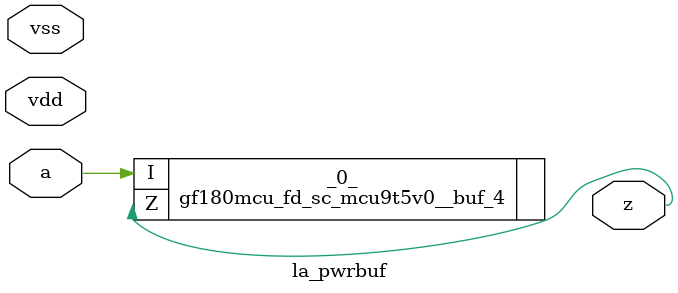
<source format=v>
/* Generated by Yosys 0.37 (git sha1 a5c7f69ed, clang 14.0.0-1ubuntu1.1 -fPIC -Os) */

module la_pwrbuf(vdd, vss, a, z);
  input a;
  wire a;
  input vdd;
  wire vdd;
  input vss;
  wire vss;
  output z;
  wire z;
  gf180mcu_fd_sc_mcu9t5v0__buf_4 _0_ (
    .I(a),
    .Z(z)
  );
endmodule

</source>
